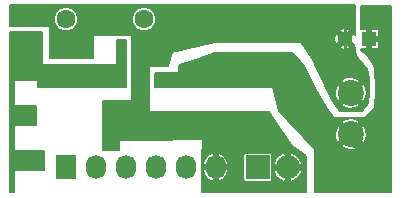
<source format=gbl>
G04 #@! TF.FileFunction,Copper,L2,Bot,Signal*
%FSLAX46Y46*%
G04 Gerber Fmt 4.6, Leading zero omitted, Abs format (unit mm)*
G04 Created by KiCad (PCBNEW (2015-01-16 BZR 5376)-product) date 4/3/2015 6:07:08 PM*
%MOMM*%
G01*
G04 APERTURE LIST*
%ADD10C,0.100000*%
%ADD11R,1.300000X1.300000*%
%ADD12C,1.300000*%
%ADD13R,1.727200X2.032000*%
%ADD14O,1.727200X2.032000*%
%ADD15C,1.600000*%
%ADD16R,2.032000X2.032000*%
%ADD17O,2.032000X2.032000*%
%ADD18C,2.200000*%
%ADD19C,0.685800*%
%ADD20C,0.254000*%
%ADD21C,0.152400*%
G04 APERTURE END LIST*
D10*
D11*
X200609200Y-96139000D03*
D12*
X198609200Y-96139000D03*
D13*
X174955200Y-107000000D03*
D14*
X177495200Y-107000000D03*
X180035200Y-107000000D03*
X182575200Y-107000000D03*
X185115200Y-107000000D03*
X187655200Y-107000000D03*
D15*
X174982600Y-94462600D03*
X181582600Y-94462600D03*
D16*
X191211200Y-107010200D03*
D17*
X193751200Y-107010200D03*
D18*
X199085200Y-104190800D03*
X199085200Y-100690800D03*
D19*
X182600600Y-95529400D03*
X173482000Y-94208600D03*
X178790600Y-105003600D03*
X178714400Y-102336600D03*
X180441600Y-102209600D03*
X181356000Y-101168200D03*
X181356000Y-99695000D03*
X181356000Y-98298000D03*
X184861200Y-94970600D03*
X191693800Y-95529400D03*
X193675000Y-94157800D03*
X191643000Y-94183200D03*
X186690000Y-94030800D03*
X195580000Y-94132400D03*
X195554600Y-95529400D03*
X193675000Y-95529400D03*
X192811400Y-104216200D03*
X198526400Y-98171000D03*
X198069200Y-94234000D03*
X193090800Y-98602800D03*
X191439800Y-98323400D03*
X186537600Y-98602800D03*
X185191400Y-99517200D03*
X194183000Y-99974400D03*
X201777600Y-97129600D03*
X201930000Y-98958400D03*
X201879200Y-101092000D03*
X201803000Y-103047800D03*
X201752200Y-105156000D03*
X195427600Y-101142800D03*
X195656200Y-102819200D03*
X196723000Y-104190800D03*
X170713400Y-96723200D03*
X179628800Y-98602800D03*
X177673000Y-99288600D03*
X175615600Y-99288600D03*
X173532800Y-99288600D03*
X172796200Y-106273600D03*
D20*
X186690000Y-94030800D02*
X186588400Y-94132400D01*
X182372000Y-95758000D02*
X182600600Y-95529400D01*
X181102000Y-95758000D02*
X182372000Y-95758000D01*
X180492400Y-95148400D02*
X181102000Y-95758000D01*
X176961800Y-95148400D02*
X180492400Y-95148400D01*
X176377600Y-95732600D02*
X176961800Y-95148400D01*
X174294800Y-95732600D02*
X176377600Y-95732600D01*
X173964600Y-95732600D02*
X174294800Y-95732600D01*
X173964600Y-95021400D02*
X173964600Y-95732600D01*
X173482000Y-94208600D02*
X173964600Y-95021400D01*
X178790600Y-105003600D02*
X178714400Y-104927400D01*
X178714400Y-104927400D02*
X178714400Y-102336600D01*
X180441600Y-102209600D02*
X181356000Y-101295200D01*
X181356000Y-101295200D02*
X181356000Y-101168200D01*
X181356000Y-99695000D02*
X181356000Y-98298000D01*
X184861200Y-94970600D02*
X184810400Y-94919800D01*
X185801000Y-94030800D02*
X184861200Y-94970600D01*
X186690000Y-94030800D02*
X185801000Y-94030800D01*
X193573400Y-95631000D02*
X193675000Y-95529400D01*
X191693800Y-95529400D02*
X193675000Y-95529400D01*
X191643000Y-94183200D02*
X193649600Y-94183200D01*
X193649600Y-94183200D02*
X193675000Y-94157800D01*
X195580000Y-94132400D02*
X195554600Y-94157800D01*
X195554600Y-94157800D02*
X195554600Y-95529400D01*
X198526400Y-98171000D02*
X198609200Y-98088200D01*
X198609200Y-98088200D02*
X198609200Y-96139000D01*
X198609200Y-94774000D02*
X198069200Y-94234000D01*
X198609200Y-96139000D02*
X198609200Y-94774000D01*
X193090800Y-98602800D02*
X191719200Y-98602800D01*
X191719200Y-98602800D02*
X191439800Y-98323400D01*
X191439800Y-98323400D02*
X191541400Y-98221800D01*
X186105800Y-98602800D02*
X186537600Y-98602800D01*
X185191400Y-99517200D02*
X186105800Y-98602800D01*
X194183000Y-99974400D02*
X194081400Y-100076000D01*
X199288400Y-105156000D02*
X199161400Y-105029000D01*
X201777600Y-97129600D02*
X201930000Y-97282000D01*
X201930000Y-97282000D02*
X201930000Y-98958400D01*
X201879200Y-101092000D02*
X201803000Y-101168200D01*
X201803000Y-101168200D02*
X201803000Y-103047800D01*
X199288400Y-105156000D02*
X201752200Y-105156000D01*
X195656200Y-102920800D02*
X196723000Y-104190800D01*
X195376800Y-101092000D02*
X195427600Y-101142800D01*
X195376800Y-101092000D02*
X194183000Y-99974400D01*
X195656200Y-102819200D02*
X195656200Y-102920800D01*
X171805600Y-96723200D02*
X170713400Y-96723200D01*
X179628800Y-98602800D02*
X178943000Y-99288600D01*
X178943000Y-99288600D02*
X177673000Y-99288600D01*
X175615600Y-99288600D02*
X173532800Y-99288600D01*
X172796200Y-106273600D02*
X172770800Y-106299000D01*
X172770800Y-106299000D02*
X171602400Y-106299000D01*
D21*
G36*
X180035200Y-100177600D02*
X172618400Y-100177600D01*
X172618400Y-99618800D01*
X170561000Y-99618800D01*
X170561000Y-101803200D01*
X172466000Y-101803200D01*
X172466000Y-103378000D01*
X170561000Y-103378000D01*
X170561000Y-105613200D01*
X173101000Y-105613200D01*
X173101000Y-107213400D01*
X170586400Y-107213400D01*
X170586400Y-109118400D01*
X170281600Y-109118400D01*
X170281600Y-95504000D01*
X172974000Y-95504000D01*
X172974000Y-98323400D01*
X179324000Y-98323400D01*
X179324000Y-96189800D01*
X180035200Y-96189800D01*
X180035200Y-100177600D01*
X180035200Y-100177600D01*
G37*
X180035200Y-100177600D02*
X172618400Y-100177600D01*
X172618400Y-99618800D01*
X170561000Y-99618800D01*
X170561000Y-101803200D01*
X172466000Y-101803200D01*
X172466000Y-103378000D01*
X170561000Y-103378000D01*
X170561000Y-105613200D01*
X173101000Y-105613200D01*
X173101000Y-107213400D01*
X170586400Y-107213400D01*
X170586400Y-109118400D01*
X170281600Y-109118400D01*
X170281600Y-95504000D01*
X172974000Y-95504000D01*
X172974000Y-98323400D01*
X179324000Y-98323400D01*
X179324000Y-96189800D01*
X180035200Y-96189800D01*
X180035200Y-100177600D01*
G36*
X202539600Y-109067600D02*
X201487800Y-109067600D01*
X201487800Y-96834471D01*
X201487800Y-96373950D01*
X201487800Y-95904050D01*
X201487800Y-95443529D01*
X201452998Y-95359509D01*
X201388692Y-95295203D01*
X201304672Y-95260400D01*
X201213729Y-95260400D01*
X200844150Y-95260400D01*
X200787000Y-95317550D01*
X200787000Y-95961200D01*
X201430650Y-95961200D01*
X201487800Y-95904050D01*
X201487800Y-96373950D01*
X201430650Y-96316800D01*
X200787000Y-96316800D01*
X200787000Y-96960450D01*
X200844150Y-97017600D01*
X201213729Y-97017600D01*
X201304672Y-97017600D01*
X201388692Y-96982797D01*
X201452998Y-96918491D01*
X201487800Y-96834471D01*
X201487800Y-109067600D01*
X200432512Y-109067600D01*
X200432512Y-104331409D01*
X200383763Y-103805112D01*
X200276145Y-103545300D01*
X200119725Y-103407722D01*
X199868278Y-103659169D01*
X199868278Y-103156275D01*
X199730700Y-102999855D01*
X199225809Y-102843488D01*
X198699512Y-102892237D01*
X198439700Y-102999855D01*
X198302122Y-103156275D01*
X199085200Y-103939353D01*
X199868278Y-103156275D01*
X199868278Y-103659169D01*
X199336647Y-104190800D01*
X200119725Y-104973878D01*
X200276145Y-104836300D01*
X200432512Y-104331409D01*
X200432512Y-109067600D01*
X199868278Y-109067600D01*
X199868278Y-105225325D01*
X199085200Y-104442247D01*
X198833753Y-104693694D01*
X198833753Y-104190800D01*
X198050675Y-103407722D01*
X197894255Y-103545300D01*
X197737888Y-104050191D01*
X197786637Y-104576488D01*
X197894255Y-104836300D01*
X198050675Y-104973878D01*
X198833753Y-104190800D01*
X198833753Y-104693694D01*
X198302122Y-105225325D01*
X198439700Y-105381745D01*
X198944591Y-105538112D01*
X199470888Y-105489363D01*
X199730700Y-105381745D01*
X199868278Y-105225325D01*
X199868278Y-109067600D01*
X196062074Y-109067600D01*
X196036987Y-105449393D01*
X195655396Y-105053126D01*
X193058310Y-102197734D01*
X192540327Y-100177600D01*
X182549800Y-100177600D01*
X182549800Y-99009200D01*
X184531000Y-99009200D01*
X184531000Y-98355270D01*
X185442909Y-98091297D01*
X187591641Y-97358200D01*
X194124372Y-97358200D01*
X194597709Y-97867948D01*
X195110596Y-98393344D01*
X195467800Y-99118915D01*
X196173653Y-100458700D01*
X197113315Y-102019985D01*
X197700426Y-102819200D01*
X200259057Y-102819200D01*
X201114518Y-101990472D01*
X201244368Y-100458247D01*
X201141495Y-98477952D01*
X200566055Y-97536322D01*
X199974200Y-97043110D01*
X199974200Y-97017600D01*
X200004671Y-97017600D01*
X200374250Y-97017600D01*
X200431400Y-96960450D01*
X200431400Y-96316800D01*
X200411400Y-96316800D01*
X200411400Y-95961200D01*
X200431400Y-95961200D01*
X200431400Y-95317550D01*
X200374250Y-95260400D01*
X200004671Y-95260400D01*
X199974200Y-95260400D01*
X199974200Y-93370400D01*
X202539600Y-93370400D01*
X202539600Y-109067600D01*
X202539600Y-109067600D01*
G37*
X202539600Y-109067600D02*
X201487800Y-109067600D01*
X201487800Y-96834471D01*
X201487800Y-96373950D01*
X201487800Y-95904050D01*
X201487800Y-95443529D01*
X201452998Y-95359509D01*
X201388692Y-95295203D01*
X201304672Y-95260400D01*
X201213729Y-95260400D01*
X200844150Y-95260400D01*
X200787000Y-95317550D01*
X200787000Y-95961200D01*
X201430650Y-95961200D01*
X201487800Y-95904050D01*
X201487800Y-96373950D01*
X201430650Y-96316800D01*
X200787000Y-96316800D01*
X200787000Y-96960450D01*
X200844150Y-97017600D01*
X201213729Y-97017600D01*
X201304672Y-97017600D01*
X201388692Y-96982797D01*
X201452998Y-96918491D01*
X201487800Y-96834471D01*
X201487800Y-109067600D01*
X200432512Y-109067600D01*
X200432512Y-104331409D01*
X200383763Y-103805112D01*
X200276145Y-103545300D01*
X200119725Y-103407722D01*
X199868278Y-103659169D01*
X199868278Y-103156275D01*
X199730700Y-102999855D01*
X199225809Y-102843488D01*
X198699512Y-102892237D01*
X198439700Y-102999855D01*
X198302122Y-103156275D01*
X199085200Y-103939353D01*
X199868278Y-103156275D01*
X199868278Y-103659169D01*
X199336647Y-104190800D01*
X200119725Y-104973878D01*
X200276145Y-104836300D01*
X200432512Y-104331409D01*
X200432512Y-109067600D01*
X199868278Y-109067600D01*
X199868278Y-105225325D01*
X199085200Y-104442247D01*
X198833753Y-104693694D01*
X198833753Y-104190800D01*
X198050675Y-103407722D01*
X197894255Y-103545300D01*
X197737888Y-104050191D01*
X197786637Y-104576488D01*
X197894255Y-104836300D01*
X198050675Y-104973878D01*
X198833753Y-104190800D01*
X198833753Y-104693694D01*
X198302122Y-105225325D01*
X198439700Y-105381745D01*
X198944591Y-105538112D01*
X199470888Y-105489363D01*
X199730700Y-105381745D01*
X199868278Y-105225325D01*
X199868278Y-109067600D01*
X196062074Y-109067600D01*
X196036987Y-105449393D01*
X195655396Y-105053126D01*
X193058310Y-102197734D01*
X192540327Y-100177600D01*
X182549800Y-100177600D01*
X182549800Y-99009200D01*
X184531000Y-99009200D01*
X184531000Y-98355270D01*
X185442909Y-98091297D01*
X187591641Y-97358200D01*
X194124372Y-97358200D01*
X194597709Y-97867948D01*
X195110596Y-98393344D01*
X195467800Y-99118915D01*
X196173653Y-100458700D01*
X197113315Y-102019985D01*
X197700426Y-102819200D01*
X200259057Y-102819200D01*
X201114518Y-101990472D01*
X201244368Y-100458247D01*
X201141495Y-98477952D01*
X200566055Y-97536322D01*
X199974200Y-97043110D01*
X199974200Y-97017600D01*
X200004671Y-97017600D01*
X200374250Y-97017600D01*
X200431400Y-96960450D01*
X200431400Y-96316800D01*
X200411400Y-96316800D01*
X200411400Y-95961200D01*
X200431400Y-95961200D01*
X200431400Y-95317550D01*
X200374250Y-95260400D01*
X200004671Y-95260400D01*
X199974200Y-95260400D01*
X199974200Y-93370400D01*
X202539600Y-93370400D01*
X202539600Y-109067600D01*
G36*
X200660000Y-100756385D02*
X200561156Y-101448294D01*
X200432512Y-101679852D01*
X200432512Y-100831409D01*
X200383763Y-100305112D01*
X200276145Y-100045300D01*
X200119725Y-99907722D01*
X199868278Y-100159169D01*
X199868278Y-99656275D01*
X199730700Y-99499855D01*
X199225809Y-99343488D01*
X199063020Y-99358566D01*
X199063020Y-96844268D01*
X198609200Y-96390447D01*
X198357753Y-96641894D01*
X198357753Y-96139000D01*
X197903932Y-95685180D01*
X197794382Y-95766773D01*
X197713962Y-96106924D01*
X197769833Y-96451958D01*
X197794382Y-96511227D01*
X197903932Y-96592820D01*
X198357753Y-96139000D01*
X198357753Y-96641894D01*
X198155380Y-96844268D01*
X198236973Y-96953818D01*
X198577124Y-97034238D01*
X198922158Y-96978367D01*
X198981427Y-96953818D01*
X199063020Y-96844268D01*
X199063020Y-99358566D01*
X198699512Y-99392237D01*
X198439700Y-99499855D01*
X198302122Y-99656275D01*
X199085200Y-100439353D01*
X199868278Y-99656275D01*
X199868278Y-100159169D01*
X199336647Y-100690800D01*
X200119725Y-101473878D01*
X200276145Y-101336300D01*
X200432512Y-100831409D01*
X200432512Y-101679852D01*
X200317098Y-101887597D01*
X200039176Y-102235000D01*
X199868278Y-102235000D01*
X199868278Y-101725325D01*
X199085200Y-100942247D01*
X198833753Y-101193694D01*
X198833753Y-100690800D01*
X198050675Y-99907722D01*
X197894255Y-100045300D01*
X197737888Y-100550191D01*
X197786637Y-101076488D01*
X197894255Y-101336300D01*
X198050675Y-101473878D01*
X198833753Y-100690800D01*
X198833753Y-101193694D01*
X198302122Y-101725325D01*
X198439700Y-101881745D01*
X198944591Y-102038112D01*
X199470888Y-101989363D01*
X199730700Y-101881745D01*
X199868278Y-101725325D01*
X199868278Y-102235000D01*
X198208695Y-102235000D01*
X197525004Y-101331551D01*
X195798354Y-97725900D01*
X194857483Y-96393000D01*
X189534305Y-96393000D01*
X187569714Y-96418514D01*
X183934430Y-97269325D01*
X183658073Y-98425000D01*
X182611378Y-98425000D01*
X182611378Y-94258897D01*
X182455113Y-93880706D01*
X182166016Y-93591104D01*
X181788099Y-93434179D01*
X181378897Y-93433822D01*
X181000706Y-93590087D01*
X180711104Y-93879184D01*
X180554179Y-94257101D01*
X180553822Y-94666303D01*
X180710087Y-95044494D01*
X180999184Y-95334096D01*
X181377101Y-95491021D01*
X181786303Y-95491378D01*
X182164494Y-95335113D01*
X182454096Y-95046016D01*
X182611021Y-94668099D01*
X182611378Y-94258897D01*
X182611378Y-98425000D01*
X181991000Y-98425000D01*
X181991000Y-102355598D01*
X192161070Y-102336676D01*
X192748252Y-103217450D01*
X194077055Y-105159545D01*
X194952687Y-105777639D01*
X195300600Y-106009581D01*
X195300600Y-109067600D01*
X194940071Y-109067600D01*
X194940071Y-107378515D01*
X194940071Y-106641885D01*
X194708626Y-106214960D01*
X194331421Y-105909103D01*
X194119512Y-105821345D01*
X193929000Y-105836137D01*
X193929000Y-106832400D01*
X194925901Y-106832400D01*
X194940071Y-106641885D01*
X194940071Y-107378515D01*
X194925901Y-107188000D01*
X193929000Y-107188000D01*
X193929000Y-108184263D01*
X194119512Y-108199055D01*
X194331421Y-108111297D01*
X194708626Y-107805440D01*
X194940071Y-107378515D01*
X194940071Y-109067600D01*
X193573400Y-109067600D01*
X193573400Y-108184263D01*
X193573400Y-107188000D01*
X193573400Y-106832400D01*
X193573400Y-105836137D01*
X193382888Y-105821345D01*
X193170979Y-105909103D01*
X192793774Y-106214960D01*
X192562329Y-106641885D01*
X192576499Y-106832400D01*
X193573400Y-106832400D01*
X193573400Y-107188000D01*
X192576499Y-107188000D01*
X192562329Y-107378515D01*
X192793774Y-107805440D01*
X193170979Y-108111297D01*
X193382888Y-108199055D01*
X193573400Y-108184263D01*
X193573400Y-109067600D01*
X192460279Y-109067600D01*
X192460279Y-108026200D01*
X192460279Y-105994200D01*
X192443367Y-105907036D01*
X192393042Y-105830426D01*
X192317071Y-105779144D01*
X192227200Y-105761121D01*
X190195200Y-105761121D01*
X190108036Y-105778033D01*
X190031426Y-105828358D01*
X189980144Y-105904329D01*
X189962121Y-105994200D01*
X189962121Y-108026200D01*
X189979033Y-108113364D01*
X190029358Y-108189974D01*
X190105329Y-108241256D01*
X190195200Y-108259279D01*
X192227200Y-108259279D01*
X192314364Y-108242367D01*
X192390974Y-108192042D01*
X192442256Y-108116071D01*
X192460279Y-108026200D01*
X192460279Y-109067600D01*
X188727938Y-109067600D01*
X188727938Y-107348022D01*
X188727938Y-106651978D01*
X188571419Y-106256350D01*
X188275414Y-105950734D01*
X187999390Y-105811050D01*
X187833000Y-105827936D01*
X187833000Y-106822200D01*
X188688183Y-106822200D01*
X188727938Y-106651978D01*
X188727938Y-107348022D01*
X188688183Y-107177800D01*
X187833000Y-107177800D01*
X187833000Y-108172064D01*
X187999390Y-108188950D01*
X188275414Y-108049266D01*
X188571419Y-107743650D01*
X188727938Y-107348022D01*
X188727938Y-109067600D01*
X187477400Y-109067600D01*
X187477400Y-108172064D01*
X187477400Y-107177800D01*
X187477400Y-106822200D01*
X187477400Y-105827936D01*
X187311010Y-105811050D01*
X187034986Y-105950734D01*
X186738981Y-106256350D01*
X186582462Y-106651978D01*
X186622217Y-106822200D01*
X187477400Y-106822200D01*
X187477400Y-107177800D01*
X186622217Y-107177800D01*
X186582462Y-107348022D01*
X186738981Y-107743650D01*
X187034986Y-108049266D01*
X187311010Y-108188950D01*
X187477400Y-108172064D01*
X187477400Y-109067600D01*
X186537600Y-109067600D01*
X186537600Y-106350386D01*
X186564187Y-104622212D01*
X181406610Y-104648000D01*
X181076600Y-104648000D01*
X179451000Y-104648000D01*
X179451000Y-105562400D01*
X178130200Y-105562400D01*
X178130200Y-104724200D01*
X178130200Y-104571800D01*
X178130200Y-101422200D01*
X180568600Y-101422200D01*
X180568600Y-95758000D01*
X177241200Y-95758000D01*
X177241200Y-97713800D01*
X176011378Y-97713800D01*
X176011378Y-94258897D01*
X175855113Y-93880706D01*
X175566016Y-93591104D01*
X175188099Y-93434179D01*
X174778897Y-93433822D01*
X174400706Y-93590087D01*
X174111104Y-93879184D01*
X173954179Y-94257101D01*
X173953822Y-94666303D01*
X174110087Y-95044494D01*
X174399184Y-95334096D01*
X174777101Y-95491021D01*
X175186303Y-95491378D01*
X175564494Y-95335113D01*
X175854096Y-95046016D01*
X176011021Y-94668099D01*
X176011378Y-94258897D01*
X176011378Y-97713800D01*
X173659800Y-97713800D01*
X173659800Y-95046800D01*
X170281600Y-95046800D01*
X170281600Y-93278600D01*
X199415400Y-93278600D01*
X199415400Y-95760354D01*
X199314468Y-95685180D01*
X199063020Y-95936627D01*
X199063020Y-95433732D01*
X198981427Y-95324182D01*
X198641276Y-95243762D01*
X198296242Y-95299633D01*
X198236973Y-95324182D01*
X198155380Y-95433732D01*
X198609200Y-95887553D01*
X199063020Y-95433732D01*
X199063020Y-95936627D01*
X198860647Y-96139000D01*
X199314468Y-96592820D01*
X199397998Y-96530606D01*
X199546069Y-97567102D01*
X199939944Y-98066010D01*
X200438642Y-98689382D01*
X200660000Y-99451838D01*
X200660000Y-100756385D01*
X200660000Y-100756385D01*
G37*
X200660000Y-100756385D02*
X200561156Y-101448294D01*
X200432512Y-101679852D01*
X200432512Y-100831409D01*
X200383763Y-100305112D01*
X200276145Y-100045300D01*
X200119725Y-99907722D01*
X199868278Y-100159169D01*
X199868278Y-99656275D01*
X199730700Y-99499855D01*
X199225809Y-99343488D01*
X199063020Y-99358566D01*
X199063020Y-96844268D01*
X198609200Y-96390447D01*
X198357753Y-96641894D01*
X198357753Y-96139000D01*
X197903932Y-95685180D01*
X197794382Y-95766773D01*
X197713962Y-96106924D01*
X197769833Y-96451958D01*
X197794382Y-96511227D01*
X197903932Y-96592820D01*
X198357753Y-96139000D01*
X198357753Y-96641894D01*
X198155380Y-96844268D01*
X198236973Y-96953818D01*
X198577124Y-97034238D01*
X198922158Y-96978367D01*
X198981427Y-96953818D01*
X199063020Y-96844268D01*
X199063020Y-99358566D01*
X198699512Y-99392237D01*
X198439700Y-99499855D01*
X198302122Y-99656275D01*
X199085200Y-100439353D01*
X199868278Y-99656275D01*
X199868278Y-100159169D01*
X199336647Y-100690800D01*
X200119725Y-101473878D01*
X200276145Y-101336300D01*
X200432512Y-100831409D01*
X200432512Y-101679852D01*
X200317098Y-101887597D01*
X200039176Y-102235000D01*
X199868278Y-102235000D01*
X199868278Y-101725325D01*
X199085200Y-100942247D01*
X198833753Y-101193694D01*
X198833753Y-100690800D01*
X198050675Y-99907722D01*
X197894255Y-100045300D01*
X197737888Y-100550191D01*
X197786637Y-101076488D01*
X197894255Y-101336300D01*
X198050675Y-101473878D01*
X198833753Y-100690800D01*
X198833753Y-101193694D01*
X198302122Y-101725325D01*
X198439700Y-101881745D01*
X198944591Y-102038112D01*
X199470888Y-101989363D01*
X199730700Y-101881745D01*
X199868278Y-101725325D01*
X199868278Y-102235000D01*
X198208695Y-102235000D01*
X197525004Y-101331551D01*
X195798354Y-97725900D01*
X194857483Y-96393000D01*
X189534305Y-96393000D01*
X187569714Y-96418514D01*
X183934430Y-97269325D01*
X183658073Y-98425000D01*
X182611378Y-98425000D01*
X182611378Y-94258897D01*
X182455113Y-93880706D01*
X182166016Y-93591104D01*
X181788099Y-93434179D01*
X181378897Y-93433822D01*
X181000706Y-93590087D01*
X180711104Y-93879184D01*
X180554179Y-94257101D01*
X180553822Y-94666303D01*
X180710087Y-95044494D01*
X180999184Y-95334096D01*
X181377101Y-95491021D01*
X181786303Y-95491378D01*
X182164494Y-95335113D01*
X182454096Y-95046016D01*
X182611021Y-94668099D01*
X182611378Y-94258897D01*
X182611378Y-98425000D01*
X181991000Y-98425000D01*
X181991000Y-102355598D01*
X192161070Y-102336676D01*
X192748252Y-103217450D01*
X194077055Y-105159545D01*
X194952687Y-105777639D01*
X195300600Y-106009581D01*
X195300600Y-109067600D01*
X194940071Y-109067600D01*
X194940071Y-107378515D01*
X194940071Y-106641885D01*
X194708626Y-106214960D01*
X194331421Y-105909103D01*
X194119512Y-105821345D01*
X193929000Y-105836137D01*
X193929000Y-106832400D01*
X194925901Y-106832400D01*
X194940071Y-106641885D01*
X194940071Y-107378515D01*
X194925901Y-107188000D01*
X193929000Y-107188000D01*
X193929000Y-108184263D01*
X194119512Y-108199055D01*
X194331421Y-108111297D01*
X194708626Y-107805440D01*
X194940071Y-107378515D01*
X194940071Y-109067600D01*
X193573400Y-109067600D01*
X193573400Y-108184263D01*
X193573400Y-107188000D01*
X193573400Y-106832400D01*
X193573400Y-105836137D01*
X193382888Y-105821345D01*
X193170979Y-105909103D01*
X192793774Y-106214960D01*
X192562329Y-106641885D01*
X192576499Y-106832400D01*
X193573400Y-106832400D01*
X193573400Y-107188000D01*
X192576499Y-107188000D01*
X192562329Y-107378515D01*
X192793774Y-107805440D01*
X193170979Y-108111297D01*
X193382888Y-108199055D01*
X193573400Y-108184263D01*
X193573400Y-109067600D01*
X192460279Y-109067600D01*
X192460279Y-108026200D01*
X192460279Y-105994200D01*
X192443367Y-105907036D01*
X192393042Y-105830426D01*
X192317071Y-105779144D01*
X192227200Y-105761121D01*
X190195200Y-105761121D01*
X190108036Y-105778033D01*
X190031426Y-105828358D01*
X189980144Y-105904329D01*
X189962121Y-105994200D01*
X189962121Y-108026200D01*
X189979033Y-108113364D01*
X190029358Y-108189974D01*
X190105329Y-108241256D01*
X190195200Y-108259279D01*
X192227200Y-108259279D01*
X192314364Y-108242367D01*
X192390974Y-108192042D01*
X192442256Y-108116071D01*
X192460279Y-108026200D01*
X192460279Y-109067600D01*
X188727938Y-109067600D01*
X188727938Y-107348022D01*
X188727938Y-106651978D01*
X188571419Y-106256350D01*
X188275414Y-105950734D01*
X187999390Y-105811050D01*
X187833000Y-105827936D01*
X187833000Y-106822200D01*
X188688183Y-106822200D01*
X188727938Y-106651978D01*
X188727938Y-107348022D01*
X188688183Y-107177800D01*
X187833000Y-107177800D01*
X187833000Y-108172064D01*
X187999390Y-108188950D01*
X188275414Y-108049266D01*
X188571419Y-107743650D01*
X188727938Y-107348022D01*
X188727938Y-109067600D01*
X187477400Y-109067600D01*
X187477400Y-108172064D01*
X187477400Y-107177800D01*
X187477400Y-106822200D01*
X187477400Y-105827936D01*
X187311010Y-105811050D01*
X187034986Y-105950734D01*
X186738981Y-106256350D01*
X186582462Y-106651978D01*
X186622217Y-106822200D01*
X187477400Y-106822200D01*
X187477400Y-107177800D01*
X186622217Y-107177800D01*
X186582462Y-107348022D01*
X186738981Y-107743650D01*
X187034986Y-108049266D01*
X187311010Y-108188950D01*
X187477400Y-108172064D01*
X187477400Y-109067600D01*
X186537600Y-109067600D01*
X186537600Y-106350386D01*
X186564187Y-104622212D01*
X181406610Y-104648000D01*
X181076600Y-104648000D01*
X179451000Y-104648000D01*
X179451000Y-105562400D01*
X178130200Y-105562400D01*
X178130200Y-104724200D01*
X178130200Y-104571800D01*
X178130200Y-101422200D01*
X180568600Y-101422200D01*
X180568600Y-95758000D01*
X177241200Y-95758000D01*
X177241200Y-97713800D01*
X176011378Y-97713800D01*
X176011378Y-94258897D01*
X175855113Y-93880706D01*
X175566016Y-93591104D01*
X175188099Y-93434179D01*
X174778897Y-93433822D01*
X174400706Y-93590087D01*
X174111104Y-93879184D01*
X173954179Y-94257101D01*
X173953822Y-94666303D01*
X174110087Y-95044494D01*
X174399184Y-95334096D01*
X174777101Y-95491021D01*
X175186303Y-95491378D01*
X175564494Y-95335113D01*
X175854096Y-95046016D01*
X176011021Y-94668099D01*
X176011378Y-94258897D01*
X176011378Y-97713800D01*
X173659800Y-97713800D01*
X173659800Y-95046800D01*
X170281600Y-95046800D01*
X170281600Y-93278600D01*
X199415400Y-93278600D01*
X199415400Y-95760354D01*
X199314468Y-95685180D01*
X199063020Y-95936627D01*
X199063020Y-95433732D01*
X198981427Y-95324182D01*
X198641276Y-95243762D01*
X198296242Y-95299633D01*
X198236973Y-95324182D01*
X198155380Y-95433732D01*
X198609200Y-95887553D01*
X199063020Y-95433732D01*
X199063020Y-95936627D01*
X198860647Y-96139000D01*
X199314468Y-96592820D01*
X199397998Y-96530606D01*
X199546069Y-97567102D01*
X199939944Y-98066010D01*
X200438642Y-98689382D01*
X200660000Y-99451838D01*
X200660000Y-100756385D01*
M02*

</source>
